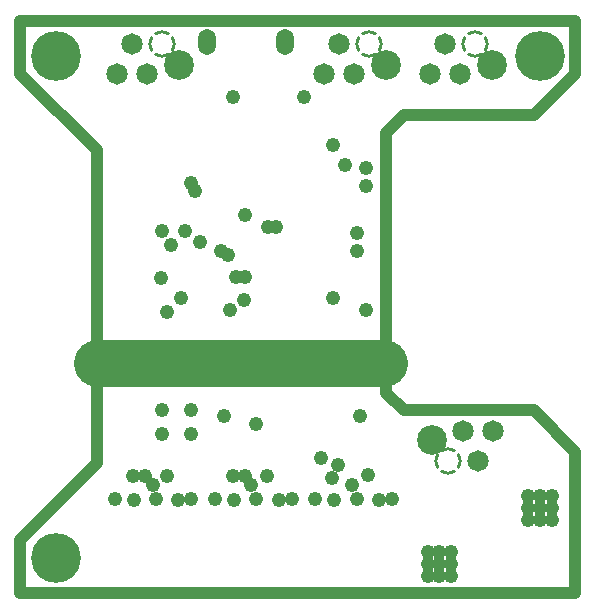
<source format=gbr>
%TF.GenerationSoftware,Altium Limited,Altium Designer,22.9.1 (49)*%
G04 Layer_Physical_Order=2*
G04 Layer_Color=32768*
%FSLAX45Y45*%
%MOMM*%
%TF.SameCoordinates,980CB771-C75C-4F2C-B837-E40D3F653A85*%
%TF.FilePolarity,Negative*%
%TF.FileFunction,Copper,L2,Inr,Plane*%
%TF.Part,Single*%
G01*
G75*
%TA.AperFunction,NonConductor*%
%ADD40C,4.00000*%
%ADD41C,1.01600*%
%TA.AperFunction,ComponentPad*%
G04:AMPARAMS|DCode=42|XSize=2.324mm|YSize=2.324mm|CornerRadius=0mm|HoleSize=0mm|Usage=FLASHONLY|Rotation=0.000|XOffset=0mm|YOffset=0mm|HoleType=Round|Shape=Relief|Width=0.254mm|Gap=0.254mm|Entries=4|*
%AMTHD42*
7,0,0,2.32400,1.81600,0.25400,45*
%
%ADD42THD42*%
%ADD43C,1.81600*%
%ADD44C,2.51600*%
%ADD45O,1.51600X2.21600*%
%TA.AperFunction,ViaPad*%
%ADD46C,4.21600*%
%ADD47C,1.21600*%
D40*
X1448800Y2650000D02*
X3878800Y2650000D01*
D41*
X1450000Y1800000D02*
X1450000Y4450000D01*
X800000Y1150000D02*
X1450000Y1800000D01*
X800000Y700000D02*
X800000Y1150000D01*
X800000Y700000D02*
X5500000Y700000D01*
X5500000Y1900000D01*
X4050000Y2250000D02*
X5150000Y2250000D01*
X3900000Y2400000D02*
X4050000Y2250000D01*
X3900000Y2400000D02*
X3900000Y4600000D01*
X4050000Y4750000D01*
X5150000Y4750000D01*
X5150000Y2250000D02*
X5500000Y1900000D01*
X5150000Y4750000D02*
X5500000Y5100000D01*
X5500000Y5550000D01*
X800000Y5550000D02*
X5500000Y5550000D01*
X800000Y5100000D02*
X800000Y5550000D01*
X800000Y5100000D02*
X1450000Y4450000D01*
D42*
X4423000Y1821000D02*
D03*
X4654000Y5350000D02*
D03*
X3754000Y5350000D02*
D03*
X2004000Y5350000D02*
D03*
D43*
X4550000Y2075000D02*
D03*
X4677000Y1821000D02*
D03*
X4804000Y2075000D02*
D03*
X4527000Y5096000D02*
D03*
X4400000Y5350000D02*
D03*
X4273000Y5096000D02*
D03*
X3627000Y5096000D02*
D03*
X3500000Y5350000D02*
D03*
X3373000Y5096000D02*
D03*
X1877000Y5096000D02*
D03*
X1750000Y5350000D02*
D03*
X1623000Y5096000D02*
D03*
D44*
X4283000Y2001000D02*
D03*
X4794000Y5170000D02*
D03*
X3894000Y5170000D02*
D03*
X2144000Y5170000D02*
D03*
D45*
X2379370Y5367360D02*
D03*
X3039370Y5367360D02*
D03*
D46*
X1100000Y5250000D02*
D03*
X1100000Y1000000D02*
D03*
X5200000Y5250000D02*
D03*
D47*
X3655200Y3750000D02*
D03*
X2577470Y3100000D02*
D03*
X3727470Y3100000D02*
D03*
X5100000Y1325000D02*
D03*
X5100000Y1525000D02*
D03*
X5300000Y1325000D02*
D03*
X5300000Y1525000D02*
D03*
X5200000Y1425000D02*
D03*
X5100000Y1425000D02*
D03*
X5300000Y1425000D02*
D03*
X5200000Y1525000D02*
D03*
X5200000Y1325000D02*
D03*
X2700000Y3900000D02*
D03*
X2965000Y3800000D02*
D03*
X3610000Y1617500D02*
D03*
X2450000Y1500000D02*
D03*
X3300000Y1500000D02*
D03*
X4350000Y850000D02*
D03*
X4250000Y850000D02*
D03*
X4250000Y950000D02*
D03*
X4350000Y950000D02*
D03*
X4450000Y850000D02*
D03*
X4450000Y950000D02*
D03*
X4250000Y1050000D02*
D03*
X4450000Y1050000D02*
D03*
X4350000Y1050000D02*
D03*
X1760000Y1490000D02*
D03*
X2610000Y1490000D02*
D03*
X3460000Y1490000D02*
D03*
X1600000Y1500000D02*
D03*
X1950000Y1500000D02*
D03*
X2250000Y1500000D02*
D03*
X2800000Y1500000D02*
D03*
X3100000Y1500000D02*
D03*
X3650000Y1500000D02*
D03*
X3950000Y1500000D02*
D03*
X3840000Y1490000D02*
D03*
X2990000Y1490000D02*
D03*
X2140000Y1490000D02*
D03*
X1925000Y1617500D02*
D03*
X2750000Y1617500D02*
D03*
X2691546Y3184050D02*
D03*
X2164310Y3200000D02*
D03*
X1990000Y3370000D02*
D03*
X2040000Y3080000D02*
D03*
X2325000Y3675000D02*
D03*
X2700000Y3375000D02*
D03*
X2625000Y3375000D02*
D03*
X1857500Y1697370D02*
D03*
X2042500Y1697370D02*
D03*
X2250000Y4175000D02*
D03*
X3550000Y4325000D02*
D03*
X3440830Y1678860D02*
D03*
X3742500Y1702370D02*
D03*
X2892500Y1697370D02*
D03*
X2707500Y1697370D02*
D03*
X2604475Y1691352D02*
D03*
X1754475Y1691352D02*
D03*
X3491860Y1783130D02*
D03*
X2800000Y2136370D02*
D03*
X2000000Y2050000D02*
D03*
X3350000Y1850000D02*
D03*
X2000000Y2250000D02*
D03*
X2250000Y2050000D02*
D03*
X2250000Y2250000D02*
D03*
X2525000Y2200000D02*
D03*
X3677470Y2200000D02*
D03*
X3655200Y3600000D02*
D03*
X3725000Y4145060D02*
D03*
X2900000Y3800000D02*
D03*
X3450000Y3200000D02*
D03*
X2556785Y3568183D02*
D03*
X2500105Y3600000D02*
D03*
X2281427Y4103432D02*
D03*
X2080010Y3650000D02*
D03*
X2192708Y3766500D02*
D03*
X1998486Y3766375D02*
D03*
X2600000Y4900000D02*
D03*
X3200000Y4900000D02*
D03*
X3725000Y4300000D02*
D03*
X3450000Y4500000D02*
D03*
%TF.MD5,a1e9de79f66a0e1126a35c271444fc6c*%
M02*

</source>
